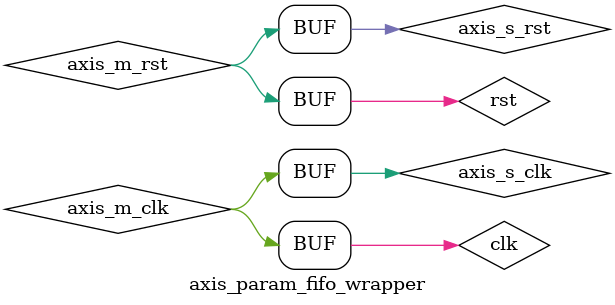
<source format=sv>
module axis_param_fifo_wrapper();

localparam     WIDTH_TDATA = 16;
localparam     WIDTH_TUSER = 4;
localparam     WIDTH_TID   = 0;
localparam     WIDTH_TKEEP = 0;
localparam int NUMWORDS    = 1024;
localparam bit REG_OUT     = 1;


localparam WIDTH_AXIS_M_TDATA = WIDTH_TDATA;
localparam WIDTH_AXIS_M_TUSER = WIDTH_TUSER;
localparam WIDTH_AXIS_M_TID   = WIDTH_TID  ;
localparam WIDTH_AXIS_M_TKEEP = WIDTH_TKEEP;

localparam WIDTH_AXIS_S_TDATA = WIDTH_TDATA;
localparam WIDTH_AXIS_S_TUSER = WIDTH_TUSER;
localparam WIDTH_AXIS_S_TID   = WIDTH_TID  ;
localparam WIDTH_AXIS_S_TKEEP = WIDTH_TKEEP;

logic clk;
logic rst;

logic                          axis_m_clk   ;
logic                          axis_m_rst   ;
logic                          axis_m_tvalid;
logic [WIDTH_AXIS_M_TDATA-1:0] axis_m_tdata ;
logic [WIDTH_AXIS_M_TUSER-1:0] axis_m_tuser ;
logic [  WIDTH_AXIS_M_TID-1:0] axis_m_tid   ;
logic [WIDTH_AXIS_M_TKEEP-1:0] axis_m_tkeep ;
logic                          axis_m_tlast ;
logic                          axis_m_tready;

logic                          axis_s_clk   ;
logic                          axis_s_rst   ;
logic                          axis_s_tvalid;
logic [WIDTH_AXIS_M_TDATA-1:0] axis_s_tdata ;
logic [WIDTH_AXIS_M_TUSER-1:0] axis_s_tuser ;
logic [  WIDTH_AXIS_M_TID-1:0] axis_s_tid   ;
logic [WIDTH_AXIS_M_TKEEP-1:0] axis_s_tkeep ;
logic                          axis_s_tlast ;
logic                          axis_s_tready;

assign axis_m_clk = clk;
assign axis_s_clk = clk;

assign axis_m_rst = rst;
assign axis_s_rst = rst;


axis_param_fifo #(
	.WIDTH_TDATA(WIDTH_TDATA),
	.WIDTH_TUSER(WIDTH_TUSER),
	.WIDTH_TID  (WIDTH_TID  ),
	.WIDTH_TKEEP(WIDTH_TKEEP),
	.NUMWORDS   (NUMWORDS   ),
	.REG_OUT    (REG_OUT    )
) i_axis_param_fifo (
	.clk          (clk          ),
	.rst          (rst          ),
	.axis_m_tvalid(axis_m_tvalid),
	.axis_m_tdata (axis_m_tdata ),
	.axis_m_tuser (axis_m_tuser ),
	.axis_m_tid   (axis_m_tid   ),
	.axis_m_tkeep (axis_m_tkeep ),
	.axis_m_tlast (axis_m_tlast ),
	.axis_m_tready(axis_m_tready),
	.axis_s_tvalid(axis_s_tvalid),
	.axis_s_tdata (axis_s_tdata ),
	.axis_s_tuser (axis_s_tuser ),
	.axis_s_tid   (axis_s_tid   ),
	.axis_s_tkeep (axis_s_tkeep ),
	.axis_s_tlast (axis_s_tlast ),
	.axis_s_tready(axis_s_tready)
);

endmodule

</source>
